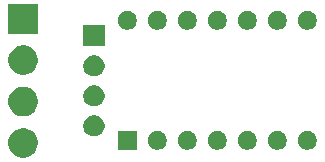
<source format=gbr>
G04 #@! TF.GenerationSoftware,KiCad,Pcbnew,5.1.5+dfsg1-2build2*
G04 #@! TF.CreationDate,2021-11-16T17:13:54-05:00*
G04 #@! TF.ProjectId,036INCH_5DIGIT,30333649-4e43-4485-9f35-44494749542e,rev?*
G04 #@! TF.SameCoordinates,Original*
G04 #@! TF.FileFunction,Soldermask,Top*
G04 #@! TF.FilePolarity,Negative*
%FSLAX46Y46*%
G04 Gerber Fmt 4.6, Leading zero omitted, Abs format (unit mm)*
G04 Created by KiCad (PCBNEW 5.1.5+dfsg1-2build2) date 2021-11-16 17:13:54*
%MOMM*%
%LPD*%
G04 APERTURE LIST*
%ADD10C,0.100000*%
G04 APERTURE END LIST*
D10*
G36*
X105851103Y-114935675D02*
G01*
X106078771Y-115029978D01*
X106283666Y-115166885D01*
X106457915Y-115341134D01*
X106594822Y-115546029D01*
X106689125Y-115773697D01*
X106737200Y-116015387D01*
X106737200Y-116261813D01*
X106689125Y-116503503D01*
X106594822Y-116731171D01*
X106457915Y-116936066D01*
X106283666Y-117110315D01*
X106078771Y-117247222D01*
X106078770Y-117247223D01*
X106078769Y-117247223D01*
X105851103Y-117341525D01*
X105609414Y-117389600D01*
X105362986Y-117389600D01*
X105121297Y-117341525D01*
X104893631Y-117247223D01*
X104893630Y-117247223D01*
X104893629Y-117247222D01*
X104688734Y-117110315D01*
X104514485Y-116936066D01*
X104377578Y-116731171D01*
X104283275Y-116503503D01*
X104235200Y-116261813D01*
X104235200Y-116015387D01*
X104283275Y-115773697D01*
X104377578Y-115546029D01*
X104514485Y-115341134D01*
X104688734Y-115166885D01*
X104893629Y-115029978D01*
X105121297Y-114935675D01*
X105362986Y-114887600D01*
X105609414Y-114887600D01*
X105851103Y-114935675D01*
G37*
G36*
X129773642Y-115168081D02*
G01*
X129919414Y-115228462D01*
X129919416Y-115228463D01*
X130050608Y-115316122D01*
X130162178Y-115427692D01*
X130241249Y-115546031D01*
X130249838Y-115558886D01*
X130310219Y-115704658D01*
X130341000Y-115859407D01*
X130341000Y-116017193D01*
X130310219Y-116171942D01*
X130249838Y-116317714D01*
X130249837Y-116317716D01*
X130162178Y-116448908D01*
X130050608Y-116560478D01*
X129919416Y-116648137D01*
X129919415Y-116648138D01*
X129919414Y-116648138D01*
X129773642Y-116708519D01*
X129618893Y-116739300D01*
X129461107Y-116739300D01*
X129306358Y-116708519D01*
X129160586Y-116648138D01*
X129160585Y-116648138D01*
X129160584Y-116648137D01*
X129029392Y-116560478D01*
X128917822Y-116448908D01*
X128830163Y-116317716D01*
X128830162Y-116317714D01*
X128769781Y-116171942D01*
X128739000Y-116017193D01*
X128739000Y-115859407D01*
X128769781Y-115704658D01*
X128830162Y-115558886D01*
X128838751Y-115546031D01*
X128917822Y-115427692D01*
X129029392Y-115316122D01*
X129160584Y-115228463D01*
X129160586Y-115228462D01*
X129306358Y-115168081D01*
X129461107Y-115137300D01*
X129618893Y-115137300D01*
X129773642Y-115168081D01*
G37*
G36*
X127233642Y-115168081D02*
G01*
X127379414Y-115228462D01*
X127379416Y-115228463D01*
X127510608Y-115316122D01*
X127622178Y-115427692D01*
X127701249Y-115546031D01*
X127709838Y-115558886D01*
X127770219Y-115704658D01*
X127801000Y-115859407D01*
X127801000Y-116017193D01*
X127770219Y-116171942D01*
X127709838Y-116317714D01*
X127709837Y-116317716D01*
X127622178Y-116448908D01*
X127510608Y-116560478D01*
X127379416Y-116648137D01*
X127379415Y-116648138D01*
X127379414Y-116648138D01*
X127233642Y-116708519D01*
X127078893Y-116739300D01*
X126921107Y-116739300D01*
X126766358Y-116708519D01*
X126620586Y-116648138D01*
X126620585Y-116648138D01*
X126620584Y-116648137D01*
X126489392Y-116560478D01*
X126377822Y-116448908D01*
X126290163Y-116317716D01*
X126290162Y-116317714D01*
X126229781Y-116171942D01*
X126199000Y-116017193D01*
X126199000Y-115859407D01*
X126229781Y-115704658D01*
X126290162Y-115558886D01*
X126298751Y-115546031D01*
X126377822Y-115427692D01*
X126489392Y-115316122D01*
X126620584Y-115228463D01*
X126620586Y-115228462D01*
X126766358Y-115168081D01*
X126921107Y-115137300D01*
X127078893Y-115137300D01*
X127233642Y-115168081D01*
G37*
G36*
X124693642Y-115168081D02*
G01*
X124839414Y-115228462D01*
X124839416Y-115228463D01*
X124970608Y-115316122D01*
X125082178Y-115427692D01*
X125161249Y-115546031D01*
X125169838Y-115558886D01*
X125230219Y-115704658D01*
X125261000Y-115859407D01*
X125261000Y-116017193D01*
X125230219Y-116171942D01*
X125169838Y-116317714D01*
X125169837Y-116317716D01*
X125082178Y-116448908D01*
X124970608Y-116560478D01*
X124839416Y-116648137D01*
X124839415Y-116648138D01*
X124839414Y-116648138D01*
X124693642Y-116708519D01*
X124538893Y-116739300D01*
X124381107Y-116739300D01*
X124226358Y-116708519D01*
X124080586Y-116648138D01*
X124080585Y-116648138D01*
X124080584Y-116648137D01*
X123949392Y-116560478D01*
X123837822Y-116448908D01*
X123750163Y-116317716D01*
X123750162Y-116317714D01*
X123689781Y-116171942D01*
X123659000Y-116017193D01*
X123659000Y-115859407D01*
X123689781Y-115704658D01*
X123750162Y-115558886D01*
X123758751Y-115546031D01*
X123837822Y-115427692D01*
X123949392Y-115316122D01*
X124080584Y-115228463D01*
X124080586Y-115228462D01*
X124226358Y-115168081D01*
X124381107Y-115137300D01*
X124538893Y-115137300D01*
X124693642Y-115168081D01*
G37*
G36*
X122153642Y-115168081D02*
G01*
X122299414Y-115228462D01*
X122299416Y-115228463D01*
X122430608Y-115316122D01*
X122542178Y-115427692D01*
X122621249Y-115546031D01*
X122629838Y-115558886D01*
X122690219Y-115704658D01*
X122721000Y-115859407D01*
X122721000Y-116017193D01*
X122690219Y-116171942D01*
X122629838Y-116317714D01*
X122629837Y-116317716D01*
X122542178Y-116448908D01*
X122430608Y-116560478D01*
X122299416Y-116648137D01*
X122299415Y-116648138D01*
X122299414Y-116648138D01*
X122153642Y-116708519D01*
X121998893Y-116739300D01*
X121841107Y-116739300D01*
X121686358Y-116708519D01*
X121540586Y-116648138D01*
X121540585Y-116648138D01*
X121540584Y-116648137D01*
X121409392Y-116560478D01*
X121297822Y-116448908D01*
X121210163Y-116317716D01*
X121210162Y-116317714D01*
X121149781Y-116171942D01*
X121119000Y-116017193D01*
X121119000Y-115859407D01*
X121149781Y-115704658D01*
X121210162Y-115558886D01*
X121218751Y-115546031D01*
X121297822Y-115427692D01*
X121409392Y-115316122D01*
X121540584Y-115228463D01*
X121540586Y-115228462D01*
X121686358Y-115168081D01*
X121841107Y-115137300D01*
X121998893Y-115137300D01*
X122153642Y-115168081D01*
G37*
G36*
X119613642Y-115168081D02*
G01*
X119759414Y-115228462D01*
X119759416Y-115228463D01*
X119890608Y-115316122D01*
X120002178Y-115427692D01*
X120081249Y-115546031D01*
X120089838Y-115558886D01*
X120150219Y-115704658D01*
X120181000Y-115859407D01*
X120181000Y-116017193D01*
X120150219Y-116171942D01*
X120089838Y-116317714D01*
X120089837Y-116317716D01*
X120002178Y-116448908D01*
X119890608Y-116560478D01*
X119759416Y-116648137D01*
X119759415Y-116648138D01*
X119759414Y-116648138D01*
X119613642Y-116708519D01*
X119458893Y-116739300D01*
X119301107Y-116739300D01*
X119146358Y-116708519D01*
X119000586Y-116648138D01*
X119000585Y-116648138D01*
X119000584Y-116648137D01*
X118869392Y-116560478D01*
X118757822Y-116448908D01*
X118670163Y-116317716D01*
X118670162Y-116317714D01*
X118609781Y-116171942D01*
X118579000Y-116017193D01*
X118579000Y-115859407D01*
X118609781Y-115704658D01*
X118670162Y-115558886D01*
X118678751Y-115546031D01*
X118757822Y-115427692D01*
X118869392Y-115316122D01*
X119000584Y-115228463D01*
X119000586Y-115228462D01*
X119146358Y-115168081D01*
X119301107Y-115137300D01*
X119458893Y-115137300D01*
X119613642Y-115168081D01*
G37*
G36*
X117073642Y-115168081D02*
G01*
X117219414Y-115228462D01*
X117219416Y-115228463D01*
X117350608Y-115316122D01*
X117462178Y-115427692D01*
X117541249Y-115546031D01*
X117549838Y-115558886D01*
X117610219Y-115704658D01*
X117641000Y-115859407D01*
X117641000Y-116017193D01*
X117610219Y-116171942D01*
X117549838Y-116317714D01*
X117549837Y-116317716D01*
X117462178Y-116448908D01*
X117350608Y-116560478D01*
X117219416Y-116648137D01*
X117219415Y-116648138D01*
X117219414Y-116648138D01*
X117073642Y-116708519D01*
X116918893Y-116739300D01*
X116761107Y-116739300D01*
X116606358Y-116708519D01*
X116460586Y-116648138D01*
X116460585Y-116648138D01*
X116460584Y-116648137D01*
X116329392Y-116560478D01*
X116217822Y-116448908D01*
X116130163Y-116317716D01*
X116130162Y-116317714D01*
X116069781Y-116171942D01*
X116039000Y-116017193D01*
X116039000Y-115859407D01*
X116069781Y-115704658D01*
X116130162Y-115558886D01*
X116138751Y-115546031D01*
X116217822Y-115427692D01*
X116329392Y-115316122D01*
X116460584Y-115228463D01*
X116460586Y-115228462D01*
X116606358Y-115168081D01*
X116761107Y-115137300D01*
X116918893Y-115137300D01*
X117073642Y-115168081D01*
G37*
G36*
X115101000Y-116739300D02*
G01*
X113499000Y-116739300D01*
X113499000Y-115137300D01*
X115101000Y-115137300D01*
X115101000Y-116739300D01*
G37*
G36*
X111594112Y-113810327D02*
G01*
X111743412Y-113840024D01*
X111907384Y-113907944D01*
X112054954Y-114006547D01*
X112180453Y-114132046D01*
X112279056Y-114279616D01*
X112346976Y-114443588D01*
X112381600Y-114617659D01*
X112381600Y-114795141D01*
X112346976Y-114969212D01*
X112279056Y-115133184D01*
X112180453Y-115280754D01*
X112054954Y-115406253D01*
X111907384Y-115504856D01*
X111743412Y-115572776D01*
X111594112Y-115602473D01*
X111569342Y-115607400D01*
X111391858Y-115607400D01*
X111367088Y-115602473D01*
X111217788Y-115572776D01*
X111053816Y-115504856D01*
X110906246Y-115406253D01*
X110780747Y-115280754D01*
X110682144Y-115133184D01*
X110614224Y-114969212D01*
X110579600Y-114795141D01*
X110579600Y-114617659D01*
X110614224Y-114443588D01*
X110682144Y-114279616D01*
X110780747Y-114132046D01*
X110906246Y-114006547D01*
X111053816Y-113907944D01*
X111217788Y-113840024D01*
X111367088Y-113810327D01*
X111391858Y-113805400D01*
X111569342Y-113805400D01*
X111594112Y-113810327D01*
G37*
G36*
X105851103Y-111435675D02*
G01*
X106078771Y-111529978D01*
X106283666Y-111666885D01*
X106457915Y-111841134D01*
X106594822Y-112046029D01*
X106689125Y-112273697D01*
X106737200Y-112515387D01*
X106737200Y-112761813D01*
X106689125Y-113003503D01*
X106594822Y-113231171D01*
X106457915Y-113436066D01*
X106283666Y-113610315D01*
X106078771Y-113747222D01*
X106078770Y-113747223D01*
X106078769Y-113747223D01*
X105851103Y-113841525D01*
X105609414Y-113889600D01*
X105362986Y-113889600D01*
X105121297Y-113841525D01*
X104893631Y-113747223D01*
X104893630Y-113747223D01*
X104893629Y-113747222D01*
X104688734Y-113610315D01*
X104514485Y-113436066D01*
X104377578Y-113231171D01*
X104283275Y-113003503D01*
X104235200Y-112761813D01*
X104235200Y-112515387D01*
X104283275Y-112273697D01*
X104377578Y-112046029D01*
X104514485Y-111841134D01*
X104688734Y-111666885D01*
X104893629Y-111529978D01*
X105121297Y-111435675D01*
X105362986Y-111387600D01*
X105609414Y-111387600D01*
X105851103Y-111435675D01*
G37*
G36*
X111594112Y-111270327D02*
G01*
X111743412Y-111300024D01*
X111907384Y-111367944D01*
X112054954Y-111466547D01*
X112180453Y-111592046D01*
X112279056Y-111739616D01*
X112346976Y-111903588D01*
X112381600Y-112077659D01*
X112381600Y-112255141D01*
X112346976Y-112429212D01*
X112279056Y-112593184D01*
X112180453Y-112740754D01*
X112054954Y-112866253D01*
X111907384Y-112964856D01*
X111743412Y-113032776D01*
X111594112Y-113062473D01*
X111569342Y-113067400D01*
X111391858Y-113067400D01*
X111367088Y-113062473D01*
X111217788Y-113032776D01*
X111053816Y-112964856D01*
X110906246Y-112866253D01*
X110780747Y-112740754D01*
X110682144Y-112593184D01*
X110614224Y-112429212D01*
X110579600Y-112255141D01*
X110579600Y-112077659D01*
X110614224Y-111903588D01*
X110682144Y-111739616D01*
X110780747Y-111592046D01*
X110906246Y-111466547D01*
X111053816Y-111367944D01*
X111217788Y-111300024D01*
X111367088Y-111270327D01*
X111391858Y-111265400D01*
X111569342Y-111265400D01*
X111594112Y-111270327D01*
G37*
G36*
X111594112Y-108730327D02*
G01*
X111743412Y-108760024D01*
X111907384Y-108827944D01*
X112054954Y-108926547D01*
X112180453Y-109052046D01*
X112279056Y-109199616D01*
X112346976Y-109363588D01*
X112381600Y-109537659D01*
X112381600Y-109715141D01*
X112346976Y-109889212D01*
X112279056Y-110053184D01*
X112180453Y-110200754D01*
X112054954Y-110326253D01*
X111907384Y-110424856D01*
X111743412Y-110492776D01*
X111594112Y-110522473D01*
X111569342Y-110527400D01*
X111391858Y-110527400D01*
X111367088Y-110522473D01*
X111217788Y-110492776D01*
X111053816Y-110424856D01*
X110906246Y-110326253D01*
X110780747Y-110200754D01*
X110682144Y-110053184D01*
X110614224Y-109889212D01*
X110579600Y-109715141D01*
X110579600Y-109537659D01*
X110614224Y-109363588D01*
X110682144Y-109199616D01*
X110780747Y-109052046D01*
X110906246Y-108926547D01*
X111053816Y-108827944D01*
X111217788Y-108760024D01*
X111367088Y-108730327D01*
X111391858Y-108725400D01*
X111569342Y-108725400D01*
X111594112Y-108730327D01*
G37*
G36*
X105851103Y-107935675D02*
G01*
X105975979Y-107987400D01*
X106078771Y-108029978D01*
X106283666Y-108166885D01*
X106457915Y-108341134D01*
X106457916Y-108341136D01*
X106594823Y-108546031D01*
X106689125Y-108773697D01*
X106737200Y-109015386D01*
X106737200Y-109261814D01*
X106689125Y-109503503D01*
X106601462Y-109715142D01*
X106594822Y-109731171D01*
X106457915Y-109936066D01*
X106283666Y-110110315D01*
X106078771Y-110247222D01*
X106078770Y-110247223D01*
X106078769Y-110247223D01*
X105851103Y-110341525D01*
X105609414Y-110389600D01*
X105362986Y-110389600D01*
X105121297Y-110341525D01*
X104893631Y-110247223D01*
X104893630Y-110247223D01*
X104893629Y-110247222D01*
X104688734Y-110110315D01*
X104514485Y-109936066D01*
X104377578Y-109731171D01*
X104370939Y-109715142D01*
X104283275Y-109503503D01*
X104235200Y-109261814D01*
X104235200Y-109015386D01*
X104283275Y-108773697D01*
X104377577Y-108546031D01*
X104514484Y-108341136D01*
X104514485Y-108341134D01*
X104688734Y-108166885D01*
X104893629Y-108029978D01*
X104996422Y-107987400D01*
X105121297Y-107935675D01*
X105362986Y-107887600D01*
X105609414Y-107887600D01*
X105851103Y-107935675D01*
G37*
G36*
X112381600Y-107987400D02*
G01*
X110579600Y-107987400D01*
X110579600Y-106185400D01*
X112381600Y-106185400D01*
X112381600Y-107987400D01*
G37*
G36*
X106737200Y-106889600D02*
G01*
X104235200Y-106889600D01*
X104235200Y-104387600D01*
X106737200Y-104387600D01*
X106737200Y-106889600D01*
G37*
G36*
X129773642Y-105008081D02*
G01*
X129919414Y-105068462D01*
X129919416Y-105068463D01*
X130050608Y-105156122D01*
X130162178Y-105267692D01*
X130249837Y-105398884D01*
X130249838Y-105398886D01*
X130310219Y-105544658D01*
X130341000Y-105699407D01*
X130341000Y-105857193D01*
X130310219Y-106011942D01*
X130249838Y-106157714D01*
X130249837Y-106157716D01*
X130162178Y-106288908D01*
X130050608Y-106400478D01*
X129919416Y-106488137D01*
X129919415Y-106488138D01*
X129919414Y-106488138D01*
X129773642Y-106548519D01*
X129618893Y-106579300D01*
X129461107Y-106579300D01*
X129306358Y-106548519D01*
X129160586Y-106488138D01*
X129160585Y-106488138D01*
X129160584Y-106488137D01*
X129029392Y-106400478D01*
X128917822Y-106288908D01*
X128830163Y-106157716D01*
X128830162Y-106157714D01*
X128769781Y-106011942D01*
X128739000Y-105857193D01*
X128739000Y-105699407D01*
X128769781Y-105544658D01*
X128830162Y-105398886D01*
X128830163Y-105398884D01*
X128917822Y-105267692D01*
X129029392Y-105156122D01*
X129160584Y-105068463D01*
X129160586Y-105068462D01*
X129306358Y-105008081D01*
X129461107Y-104977300D01*
X129618893Y-104977300D01*
X129773642Y-105008081D01*
G37*
G36*
X127233642Y-105008081D02*
G01*
X127379414Y-105068462D01*
X127379416Y-105068463D01*
X127510608Y-105156122D01*
X127622178Y-105267692D01*
X127709837Y-105398884D01*
X127709838Y-105398886D01*
X127770219Y-105544658D01*
X127801000Y-105699407D01*
X127801000Y-105857193D01*
X127770219Y-106011942D01*
X127709838Y-106157714D01*
X127709837Y-106157716D01*
X127622178Y-106288908D01*
X127510608Y-106400478D01*
X127379416Y-106488137D01*
X127379415Y-106488138D01*
X127379414Y-106488138D01*
X127233642Y-106548519D01*
X127078893Y-106579300D01*
X126921107Y-106579300D01*
X126766358Y-106548519D01*
X126620586Y-106488138D01*
X126620585Y-106488138D01*
X126620584Y-106488137D01*
X126489392Y-106400478D01*
X126377822Y-106288908D01*
X126290163Y-106157716D01*
X126290162Y-106157714D01*
X126229781Y-106011942D01*
X126199000Y-105857193D01*
X126199000Y-105699407D01*
X126229781Y-105544658D01*
X126290162Y-105398886D01*
X126290163Y-105398884D01*
X126377822Y-105267692D01*
X126489392Y-105156122D01*
X126620584Y-105068463D01*
X126620586Y-105068462D01*
X126766358Y-105008081D01*
X126921107Y-104977300D01*
X127078893Y-104977300D01*
X127233642Y-105008081D01*
G37*
G36*
X124693642Y-105008081D02*
G01*
X124839414Y-105068462D01*
X124839416Y-105068463D01*
X124970608Y-105156122D01*
X125082178Y-105267692D01*
X125169837Y-105398884D01*
X125169838Y-105398886D01*
X125230219Y-105544658D01*
X125261000Y-105699407D01*
X125261000Y-105857193D01*
X125230219Y-106011942D01*
X125169838Y-106157714D01*
X125169837Y-106157716D01*
X125082178Y-106288908D01*
X124970608Y-106400478D01*
X124839416Y-106488137D01*
X124839415Y-106488138D01*
X124839414Y-106488138D01*
X124693642Y-106548519D01*
X124538893Y-106579300D01*
X124381107Y-106579300D01*
X124226358Y-106548519D01*
X124080586Y-106488138D01*
X124080585Y-106488138D01*
X124080584Y-106488137D01*
X123949392Y-106400478D01*
X123837822Y-106288908D01*
X123750163Y-106157716D01*
X123750162Y-106157714D01*
X123689781Y-106011942D01*
X123659000Y-105857193D01*
X123659000Y-105699407D01*
X123689781Y-105544658D01*
X123750162Y-105398886D01*
X123750163Y-105398884D01*
X123837822Y-105267692D01*
X123949392Y-105156122D01*
X124080584Y-105068463D01*
X124080586Y-105068462D01*
X124226358Y-105008081D01*
X124381107Y-104977300D01*
X124538893Y-104977300D01*
X124693642Y-105008081D01*
G37*
G36*
X122153642Y-105008081D02*
G01*
X122299414Y-105068462D01*
X122299416Y-105068463D01*
X122430608Y-105156122D01*
X122542178Y-105267692D01*
X122629837Y-105398884D01*
X122629838Y-105398886D01*
X122690219Y-105544658D01*
X122721000Y-105699407D01*
X122721000Y-105857193D01*
X122690219Y-106011942D01*
X122629838Y-106157714D01*
X122629837Y-106157716D01*
X122542178Y-106288908D01*
X122430608Y-106400478D01*
X122299416Y-106488137D01*
X122299415Y-106488138D01*
X122299414Y-106488138D01*
X122153642Y-106548519D01*
X121998893Y-106579300D01*
X121841107Y-106579300D01*
X121686358Y-106548519D01*
X121540586Y-106488138D01*
X121540585Y-106488138D01*
X121540584Y-106488137D01*
X121409392Y-106400478D01*
X121297822Y-106288908D01*
X121210163Y-106157716D01*
X121210162Y-106157714D01*
X121149781Y-106011942D01*
X121119000Y-105857193D01*
X121119000Y-105699407D01*
X121149781Y-105544658D01*
X121210162Y-105398886D01*
X121210163Y-105398884D01*
X121297822Y-105267692D01*
X121409392Y-105156122D01*
X121540584Y-105068463D01*
X121540586Y-105068462D01*
X121686358Y-105008081D01*
X121841107Y-104977300D01*
X121998893Y-104977300D01*
X122153642Y-105008081D01*
G37*
G36*
X119613642Y-105008081D02*
G01*
X119759414Y-105068462D01*
X119759416Y-105068463D01*
X119890608Y-105156122D01*
X120002178Y-105267692D01*
X120089837Y-105398884D01*
X120089838Y-105398886D01*
X120150219Y-105544658D01*
X120181000Y-105699407D01*
X120181000Y-105857193D01*
X120150219Y-106011942D01*
X120089838Y-106157714D01*
X120089837Y-106157716D01*
X120002178Y-106288908D01*
X119890608Y-106400478D01*
X119759416Y-106488137D01*
X119759415Y-106488138D01*
X119759414Y-106488138D01*
X119613642Y-106548519D01*
X119458893Y-106579300D01*
X119301107Y-106579300D01*
X119146358Y-106548519D01*
X119000586Y-106488138D01*
X119000585Y-106488138D01*
X119000584Y-106488137D01*
X118869392Y-106400478D01*
X118757822Y-106288908D01*
X118670163Y-106157716D01*
X118670162Y-106157714D01*
X118609781Y-106011942D01*
X118579000Y-105857193D01*
X118579000Y-105699407D01*
X118609781Y-105544658D01*
X118670162Y-105398886D01*
X118670163Y-105398884D01*
X118757822Y-105267692D01*
X118869392Y-105156122D01*
X119000584Y-105068463D01*
X119000586Y-105068462D01*
X119146358Y-105008081D01*
X119301107Y-104977300D01*
X119458893Y-104977300D01*
X119613642Y-105008081D01*
G37*
G36*
X117073642Y-105008081D02*
G01*
X117219414Y-105068462D01*
X117219416Y-105068463D01*
X117350608Y-105156122D01*
X117462178Y-105267692D01*
X117549837Y-105398884D01*
X117549838Y-105398886D01*
X117610219Y-105544658D01*
X117641000Y-105699407D01*
X117641000Y-105857193D01*
X117610219Y-106011942D01*
X117549838Y-106157714D01*
X117549837Y-106157716D01*
X117462178Y-106288908D01*
X117350608Y-106400478D01*
X117219416Y-106488137D01*
X117219415Y-106488138D01*
X117219414Y-106488138D01*
X117073642Y-106548519D01*
X116918893Y-106579300D01*
X116761107Y-106579300D01*
X116606358Y-106548519D01*
X116460586Y-106488138D01*
X116460585Y-106488138D01*
X116460584Y-106488137D01*
X116329392Y-106400478D01*
X116217822Y-106288908D01*
X116130163Y-106157716D01*
X116130162Y-106157714D01*
X116069781Y-106011942D01*
X116039000Y-105857193D01*
X116039000Y-105699407D01*
X116069781Y-105544658D01*
X116130162Y-105398886D01*
X116130163Y-105398884D01*
X116217822Y-105267692D01*
X116329392Y-105156122D01*
X116460584Y-105068463D01*
X116460586Y-105068462D01*
X116606358Y-105008081D01*
X116761107Y-104977300D01*
X116918893Y-104977300D01*
X117073642Y-105008081D01*
G37*
G36*
X114533642Y-105008081D02*
G01*
X114679414Y-105068462D01*
X114679416Y-105068463D01*
X114810608Y-105156122D01*
X114922178Y-105267692D01*
X115009837Y-105398884D01*
X115009838Y-105398886D01*
X115070219Y-105544658D01*
X115101000Y-105699407D01*
X115101000Y-105857193D01*
X115070219Y-106011942D01*
X115009838Y-106157714D01*
X115009837Y-106157716D01*
X114922178Y-106288908D01*
X114810608Y-106400478D01*
X114679416Y-106488137D01*
X114679415Y-106488138D01*
X114679414Y-106488138D01*
X114533642Y-106548519D01*
X114378893Y-106579300D01*
X114221107Y-106579300D01*
X114066358Y-106548519D01*
X113920586Y-106488138D01*
X113920585Y-106488138D01*
X113920584Y-106488137D01*
X113789392Y-106400478D01*
X113677822Y-106288908D01*
X113590163Y-106157716D01*
X113590162Y-106157714D01*
X113529781Y-106011942D01*
X113499000Y-105857193D01*
X113499000Y-105699407D01*
X113529781Y-105544658D01*
X113590162Y-105398886D01*
X113590163Y-105398884D01*
X113677822Y-105267692D01*
X113789392Y-105156122D01*
X113920584Y-105068463D01*
X113920586Y-105068462D01*
X114066358Y-105008081D01*
X114221107Y-104977300D01*
X114378893Y-104977300D01*
X114533642Y-105008081D01*
G37*
M02*

</source>
